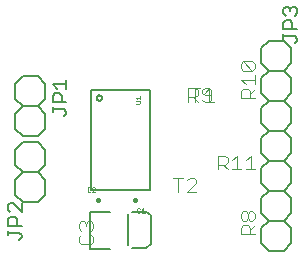
<source format=gbr>
G04 EAGLE Gerber RS-274X export*
G75*
%MOMM*%
%FSLAX34Y34*%
%LPD*%
%INSilkscreen Top*%
%IPPOS*%
%AMOC8*
5,1,8,0,0,1.08239X$1,22.5*%
G01*
%ADD10C,0.203200*%
%ADD11C,0.025400*%
%ADD12C,0.406400*%
%ADD13C,0.101600*%
%ADD14C,0.152400*%
%ADD15C,0.127000*%


D10*
X126600Y169500D02*
X126600Y84500D01*
X76600Y84500D01*
X76600Y169500D01*
X126600Y169500D01*
X81589Y162560D02*
X81591Y162654D01*
X81597Y162748D01*
X81607Y162841D01*
X81621Y162935D01*
X81638Y163027D01*
X81660Y163118D01*
X81685Y163209D01*
X81715Y163298D01*
X81748Y163387D01*
X81784Y163473D01*
X81825Y163558D01*
X81869Y163641D01*
X81916Y163723D01*
X81967Y163802D01*
X82021Y163879D01*
X82078Y163954D01*
X82138Y164026D01*
X82201Y164095D01*
X82268Y164162D01*
X82337Y164226D01*
X82408Y164287D01*
X82482Y164345D01*
X82559Y164400D01*
X82637Y164452D01*
X82718Y164500D01*
X82801Y164545D01*
X82885Y164586D01*
X82972Y164623D01*
X83059Y164657D01*
X83149Y164688D01*
X83239Y164714D01*
X83330Y164737D01*
X83422Y164755D01*
X83515Y164770D01*
X83609Y164781D01*
X83702Y164788D01*
X83796Y164791D01*
X83891Y164790D01*
X83984Y164785D01*
X84078Y164776D01*
X84171Y164763D01*
X84264Y164746D01*
X84356Y164726D01*
X84446Y164701D01*
X84536Y164673D01*
X84625Y164641D01*
X84712Y164605D01*
X84797Y164566D01*
X84881Y164523D01*
X84963Y164476D01*
X85042Y164426D01*
X85120Y164373D01*
X85195Y164317D01*
X85268Y164257D01*
X85338Y164195D01*
X85406Y164129D01*
X85471Y164061D01*
X85532Y163990D01*
X85591Y163917D01*
X85647Y163841D01*
X85699Y163763D01*
X85748Y163682D01*
X85794Y163600D01*
X85836Y163516D01*
X85874Y163430D01*
X85909Y163343D01*
X85940Y163254D01*
X85968Y163164D01*
X85991Y163073D01*
X86011Y162981D01*
X86027Y162888D01*
X86039Y162795D01*
X86047Y162701D01*
X86051Y162607D01*
X86051Y162513D01*
X86047Y162419D01*
X86039Y162325D01*
X86027Y162232D01*
X86011Y162139D01*
X85991Y162047D01*
X85968Y161956D01*
X85940Y161866D01*
X85909Y161777D01*
X85874Y161690D01*
X85836Y161604D01*
X85794Y161520D01*
X85748Y161438D01*
X85699Y161357D01*
X85647Y161279D01*
X85591Y161203D01*
X85532Y161130D01*
X85471Y161059D01*
X85406Y160991D01*
X85338Y160925D01*
X85268Y160863D01*
X85195Y160803D01*
X85120Y160747D01*
X85042Y160694D01*
X84963Y160644D01*
X84881Y160597D01*
X84797Y160554D01*
X84712Y160515D01*
X84625Y160479D01*
X84536Y160447D01*
X84446Y160419D01*
X84356Y160394D01*
X84264Y160374D01*
X84171Y160357D01*
X84078Y160344D01*
X83984Y160335D01*
X83891Y160330D01*
X83796Y160329D01*
X83702Y160332D01*
X83609Y160339D01*
X83515Y160350D01*
X83422Y160365D01*
X83330Y160383D01*
X83239Y160406D01*
X83149Y160432D01*
X83059Y160463D01*
X82972Y160497D01*
X82885Y160534D01*
X82801Y160575D01*
X82718Y160620D01*
X82637Y160668D01*
X82559Y160720D01*
X82482Y160775D01*
X82408Y160833D01*
X82337Y160894D01*
X82268Y160958D01*
X82201Y161025D01*
X82138Y161094D01*
X82078Y161166D01*
X82021Y161241D01*
X81967Y161318D01*
X81916Y161397D01*
X81869Y161479D01*
X81825Y161562D01*
X81784Y161647D01*
X81748Y161733D01*
X81715Y161822D01*
X81685Y161911D01*
X81660Y162002D01*
X81638Y162093D01*
X81621Y162185D01*
X81607Y162279D01*
X81597Y162372D01*
X81591Y162466D01*
X81589Y162560D01*
D11*
X114424Y157743D02*
X117601Y157743D01*
X118237Y158378D01*
X118237Y159649D01*
X117601Y160285D01*
X114424Y160285D01*
X115695Y161485D02*
X114424Y162756D01*
X118237Y162756D01*
X118237Y161485D02*
X118237Y164027D01*
D12*
X114300Y76505D02*
X114300Y75895D01*
D11*
X117739Y69091D02*
X118375Y68456D01*
X117739Y69091D02*
X116468Y69091D01*
X115833Y68456D01*
X115833Y65914D01*
X116468Y65278D01*
X117739Y65278D01*
X118375Y65914D01*
X119575Y67820D02*
X120846Y69091D01*
X120846Y65278D01*
X119575Y65278D02*
X122117Y65278D01*
D12*
X82550Y75895D02*
X82550Y76505D01*
D11*
X76329Y86490D02*
X75694Y87125D01*
X74423Y87125D01*
X73787Y86490D01*
X73787Y83948D01*
X74423Y83312D01*
X75694Y83312D01*
X76329Y83948D01*
X77529Y83312D02*
X80071Y83312D01*
X77529Y83312D02*
X80071Y85854D01*
X80071Y86490D01*
X79436Y87125D01*
X78165Y87125D01*
X77529Y86490D01*
D10*
X75600Y34800D02*
X92600Y34800D01*
X75600Y34800D02*
X75600Y66300D01*
X92600Y66300D01*
X111600Y35300D02*
X123600Y35300D01*
X127600Y38800D01*
X127600Y63300D01*
X123600Y66300D01*
X111600Y66300D01*
X123600Y66300D01*
X107690Y63910D02*
X107690Y37940D01*
D13*
X68647Y46404D02*
X66698Y44455D01*
X66698Y40557D01*
X68647Y38608D01*
X76443Y38608D01*
X78392Y40557D01*
X78392Y44455D01*
X76443Y46404D01*
X68647Y50302D02*
X66698Y52251D01*
X66698Y56149D01*
X68647Y58098D01*
X70596Y58098D01*
X72545Y56149D01*
X72545Y54200D01*
X72545Y56149D02*
X74494Y58098D01*
X76443Y58098D01*
X78392Y56149D01*
X78392Y52251D01*
X76443Y50302D01*
X165168Y159258D02*
X165168Y170952D01*
X161270Y170952D02*
X169066Y170952D01*
X172964Y167054D02*
X176862Y170952D01*
X176862Y159258D01*
X172964Y159258D02*
X180760Y159258D01*
X150456Y94752D02*
X150456Y83058D01*
X146558Y94752D02*
X154354Y94752D01*
X158252Y83058D02*
X166048Y83058D01*
X158252Y83058D02*
X166048Y90854D01*
X166048Y92803D01*
X164099Y94752D01*
X160201Y94752D01*
X158252Y92803D01*
X203698Y46970D02*
X215392Y46970D01*
X203698Y46970D02*
X203698Y52817D01*
X205647Y54766D01*
X209545Y54766D01*
X211494Y52817D01*
X211494Y46970D01*
X211494Y50868D02*
X215392Y54766D01*
X205647Y58664D02*
X203698Y60613D01*
X203698Y64511D01*
X205647Y66460D01*
X207596Y66460D01*
X209545Y64511D01*
X211494Y66460D01*
X213443Y66460D01*
X215392Y64511D01*
X215392Y60613D01*
X213443Y58664D01*
X211494Y58664D01*
X209545Y60613D01*
X207596Y58664D01*
X205647Y58664D01*
X209545Y60613D02*
X209545Y64511D01*
X159258Y159258D02*
X159258Y170952D01*
X165105Y170952D01*
X167054Y169003D01*
X167054Y165105D01*
X165105Y163156D01*
X159258Y163156D01*
X163156Y163156D02*
X167054Y159258D01*
X170952Y161207D02*
X172901Y159258D01*
X176799Y159258D01*
X178748Y161207D01*
X178748Y169003D01*
X176799Y170952D01*
X172901Y170952D01*
X170952Y169003D01*
X170952Y167054D01*
X172901Y165105D01*
X178748Y165105D01*
X203698Y162276D02*
X215392Y162276D01*
X203698Y162276D02*
X203698Y168123D01*
X205647Y170072D01*
X209545Y170072D01*
X211494Y168123D01*
X211494Y162276D01*
X211494Y166174D02*
X215392Y170072D01*
X207596Y173970D02*
X203698Y177868D01*
X215392Y177868D01*
X215392Y173970D02*
X215392Y181766D01*
X213443Y185664D02*
X205647Y185664D01*
X203698Y187613D01*
X203698Y191511D01*
X205647Y193460D01*
X213443Y193460D01*
X215392Y191511D01*
X215392Y187613D01*
X213443Y185664D01*
X205647Y193460D01*
X184658Y113802D02*
X184658Y102108D01*
X184658Y113802D02*
X190505Y113802D01*
X192454Y111853D01*
X192454Y107955D01*
X190505Y106006D01*
X184658Y106006D01*
X188556Y106006D02*
X192454Y102108D01*
X196352Y109904D02*
X200250Y113802D01*
X200250Y102108D01*
X196352Y102108D02*
X204148Y102108D01*
X208046Y109904D02*
X211944Y113802D01*
X211944Y102108D01*
X208046Y102108D02*
X215842Y102108D01*
D14*
X38100Y161750D02*
X38100Y174450D01*
X38100Y161750D02*
X31750Y155400D01*
X19050Y155400D01*
X12700Y161750D01*
X19050Y180800D02*
X31750Y180800D01*
X38100Y174450D01*
X19050Y180800D02*
X12700Y174450D01*
X12700Y161750D01*
X31750Y155400D02*
X38100Y149050D01*
X38100Y136350D01*
X31750Y130000D01*
X19050Y130000D01*
X12700Y136350D01*
X12700Y149050D01*
X19050Y155400D01*
D15*
X53846Y147115D02*
X55753Y149022D01*
X55753Y150928D01*
X53846Y152835D01*
X44313Y152835D01*
X44313Y150928D02*
X44313Y154742D01*
X44313Y158809D02*
X55753Y158809D01*
X44313Y158809D02*
X44313Y164529D01*
X46220Y166436D01*
X50033Y166436D01*
X51940Y164529D01*
X51940Y158809D01*
X48127Y170503D02*
X44313Y174316D01*
X55753Y174316D01*
X55753Y170503D02*
X55753Y178129D01*
D14*
X12700Y93450D02*
X12700Y80750D01*
X12700Y93450D02*
X19050Y99800D01*
X31750Y99800D01*
X38100Y93450D01*
X31750Y74400D02*
X19050Y74400D01*
X12700Y80750D01*
X31750Y74400D02*
X38100Y80750D01*
X38100Y93450D01*
X19050Y99800D02*
X12700Y106150D01*
X12700Y118850D01*
X19050Y125200D01*
X31750Y125200D01*
X38100Y118850D01*
X38100Y106150D01*
X31750Y99800D01*
D15*
X17907Y44430D02*
X16000Y42523D01*
X17907Y44430D02*
X17907Y46336D01*
X16000Y48243D01*
X6467Y48243D01*
X6467Y46336D02*
X6467Y50150D01*
X6467Y54217D02*
X17907Y54217D01*
X6467Y54217D02*
X6467Y59937D01*
X8374Y61843D01*
X12187Y61843D01*
X14094Y59937D01*
X14094Y54217D01*
X17907Y65911D02*
X17907Y73537D01*
X17907Y65911D02*
X10281Y73537D01*
X8374Y73537D01*
X6467Y71631D01*
X6467Y67818D01*
X8374Y65911D01*
D14*
X240030Y83820D02*
X246380Y77470D01*
X246380Y64770D01*
X240030Y58420D01*
X227330Y58420D01*
X220980Y64770D01*
X220980Y77470D01*
X227330Y83820D01*
X246380Y115570D02*
X246380Y128270D01*
X246380Y115570D02*
X240030Y109220D01*
X227330Y109220D01*
X220980Y115570D01*
X240030Y109220D02*
X246380Y102870D01*
X246380Y90170D01*
X240030Y83820D01*
X227330Y83820D01*
X220980Y90170D01*
X220980Y102870D01*
X227330Y109220D01*
X246380Y153670D02*
X240030Y160020D01*
X246380Y153670D02*
X246380Y140970D01*
X240030Y134620D01*
X227330Y134620D01*
X220980Y140970D01*
X220980Y153670D01*
X227330Y160020D01*
X240030Y134620D02*
X246380Y128270D01*
X227330Y134620D02*
X220980Y128270D01*
X220980Y115570D01*
X246380Y191770D02*
X246380Y204470D01*
X246380Y191770D02*
X240030Y185420D01*
X227330Y185420D01*
X220980Y191770D01*
X240030Y185420D02*
X246380Y179070D01*
X246380Y166370D01*
X240030Y160020D01*
X227330Y160020D01*
X220980Y166370D01*
X220980Y179070D01*
X227330Y185420D01*
X227330Y210820D02*
X240030Y210820D01*
X246380Y204470D01*
X227330Y210820D02*
X220980Y204470D01*
X220980Y191770D01*
X246380Y52070D02*
X246380Y39370D01*
X240030Y33020D01*
X227330Y33020D01*
X220980Y39370D01*
X240030Y58420D02*
X246380Y52070D01*
X227330Y58420D02*
X220980Y52070D01*
X220980Y39370D01*
D15*
X249172Y208885D02*
X251079Y210792D01*
X251079Y212698D01*
X249172Y214605D01*
X239639Y214605D01*
X239639Y212698D02*
X239639Y216512D01*
X239639Y220579D02*
X251079Y220579D01*
X239639Y220579D02*
X239639Y226299D01*
X241546Y228206D01*
X245359Y228206D01*
X247266Y226299D01*
X247266Y220579D01*
X241546Y232273D02*
X239639Y234180D01*
X239639Y237993D01*
X241546Y239899D01*
X243453Y239899D01*
X245359Y237993D01*
X245359Y236086D01*
X245359Y237993D02*
X247266Y239899D01*
X249172Y239899D01*
X251079Y237993D01*
X251079Y234180D01*
X249172Y232273D01*
M02*

</source>
